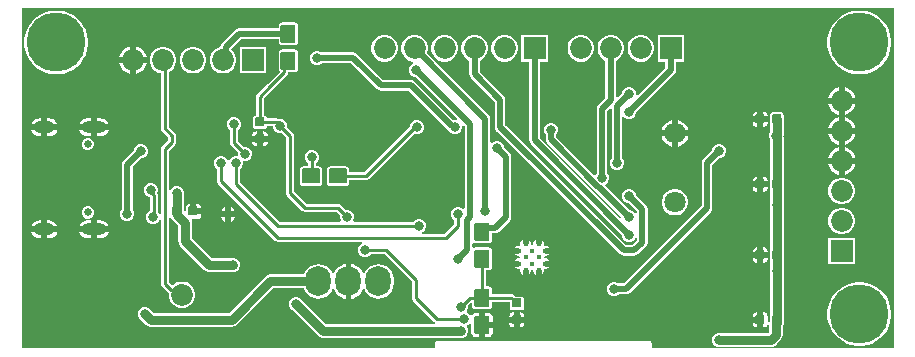
<source format=gbr>
%TF.GenerationSoftware,Altium Limited,Altium Designer,24.0.1 (36)*%
G04 Layer_Physical_Order=2*
G04 Layer_Color=16711680*
%FSLAX45Y45*%
%MOMM*%
%TF.SameCoordinates,65C793CC-7C80-44E8-9821-AA658A2EEAB5*%
%TF.FilePolarity,Positive*%
%TF.FileFunction,Copper,L2,Bot,Signal*%
%TF.Part,Single*%
G01*
G75*
%TA.AperFunction,Conductor*%
%ADD10C,0.25000*%
%TA.AperFunction,SMDPad,CuDef*%
G04:AMPARAMS|DCode=14|XSize=1.524mm|YSize=1.27mm|CornerRadius=0.09525mm|HoleSize=0mm|Usage=FLASHONLY|Rotation=0.000|XOffset=0mm|YOffset=0mm|HoleType=Round|Shape=RoundedRectangle|*
%AMROUNDEDRECTD14*
21,1,1.52400,1.07950,0,0,0.0*
21,1,1.33350,1.27000,0,0,0.0*
1,1,0.19050,0.66675,-0.53975*
1,1,0.19050,-0.66675,-0.53975*
1,1,0.19050,-0.66675,0.53975*
1,1,0.19050,0.66675,0.53975*
%
%ADD14ROUNDEDRECTD14*%
G04:AMPARAMS|DCode=21|XSize=1.524mm|YSize=1.27mm|CornerRadius=0.09525mm|HoleSize=0mm|Usage=FLASHONLY|Rotation=270.000|XOffset=0mm|YOffset=0mm|HoleType=Round|Shape=RoundedRectangle|*
%AMROUNDEDRECTD21*
21,1,1.52400,1.07950,0,0,270.0*
21,1,1.33350,1.27000,0,0,270.0*
1,1,0.19050,-0.53975,-0.66675*
1,1,0.19050,-0.53975,0.66675*
1,1,0.19050,0.53975,0.66675*
1,1,0.19050,0.53975,-0.66675*
%
%ADD21ROUNDEDRECTD21*%
%TA.AperFunction,Conductor*%
%ADD28C,0.50000*%
%ADD30C,0.75000*%
%TA.AperFunction,ComponentPad*%
%ADD32C,1.85000*%
%ADD33R,1.85000X1.85000*%
%ADD34R,1.85000X1.85000*%
%ADD35C,5.00000*%
%ADD36C,0.65000*%
%ADD37O,2.10000X1.00000*%
%ADD38O,1.80000X1.00000*%
%ADD39O,2.15000X2.50000*%
%ADD40C,0.40000*%
%TA.AperFunction,ViaPad*%
%ADD41C,1.80000*%
%ADD42C,0.80000*%
%ADD43C,1.85000*%
%TA.AperFunction,SMDPad,CuDef*%
G04:AMPARAMS|DCode=44|XSize=0.762mm|YSize=0.762mm|CornerRadius=0.0381mm|HoleSize=0mm|Usage=FLASHONLY|Rotation=0.000|XOffset=0mm|YOffset=0mm|HoleType=Round|Shape=RoundedRectangle|*
%AMROUNDEDRECTD44*
21,1,0.76200,0.68580,0,0,0.0*
21,1,0.68580,0.76200,0,0,0.0*
1,1,0.07620,0.34290,-0.34290*
1,1,0.07620,-0.34290,-0.34290*
1,1,0.07620,-0.34290,0.34290*
1,1,0.07620,0.34290,0.34290*
%
%ADD44ROUNDEDRECTD44*%
G04:AMPARAMS|DCode=45|XSize=0.762mm|YSize=0.762mm|CornerRadius=0.0381mm|HoleSize=0mm|Usage=FLASHONLY|Rotation=90.000|XOffset=0mm|YOffset=0mm|HoleType=Round|Shape=RoundedRectangle|*
%AMROUNDEDRECTD45*
21,1,0.76200,0.68580,0,0,90.0*
21,1,0.68580,0.76200,0,0,90.0*
1,1,0.07620,0.34290,0.34290*
1,1,0.07620,0.34290,-0.34290*
1,1,0.07620,-0.34290,-0.34290*
1,1,0.07620,-0.34290,0.34290*
%
%ADD45ROUNDEDRECTD45*%
G36*
X7441373Y58627D02*
X5395892D01*
Y100500D01*
X5394340Y108304D01*
X5389919Y114919D01*
X5383304Y119340D01*
X5375500Y120892D01*
X3575500D01*
X3567696Y119340D01*
X3561081Y114919D01*
X3556660Y108304D01*
X3555108Y100500D01*
Y58627D01*
X58626D01*
X58627Y2941373D01*
X1925000Y2941373D01*
X7441373D01*
X7441373Y58627D01*
D02*
G37*
%LPC*%
G36*
X2370475Y2819778D02*
X2262525D01*
X2251005Y2817487D01*
X2241239Y2810961D01*
X2234713Y2801195D01*
X2232422Y2789675D01*
Y2768881D01*
X1897400D01*
X1879842Y2765389D01*
X1864957Y2755443D01*
X1754197Y2644683D01*
X1744251Y2629798D01*
X1740759Y2612240D01*
Y2610777D01*
X1718577Y2604833D01*
X1692923Y2590022D01*
X1671978Y2569076D01*
X1657167Y2543423D01*
X1649500Y2514811D01*
Y2485189D01*
X1657167Y2456576D01*
X1671978Y2430923D01*
X1692923Y2409977D01*
X1718577Y2395167D01*
X1747189Y2387500D01*
X1776811D01*
X1805423Y2395167D01*
X1831077Y2409977D01*
X1852022Y2430923D01*
X1866833Y2456576D01*
X1874500Y2485189D01*
Y2514811D01*
X1866833Y2543423D01*
X1852022Y2569076D01*
X1832522Y2588577D01*
Y2593235D01*
X1916405Y2677118D01*
X2232422D01*
Y2656325D01*
X2234713Y2644805D01*
X2241239Y2635039D01*
X2251005Y2628513D01*
X2262525Y2626222D01*
X2370475D01*
X2381995Y2628513D01*
X2391761Y2635039D01*
X2398287Y2644805D01*
X2400578Y2656325D01*
Y2789675D01*
X2398287Y2801195D01*
X2391761Y2810961D01*
X2381995Y2817487D01*
X2370475Y2819778D01*
D02*
G37*
G36*
X1025000Y2614946D02*
Y2525000D01*
X1114946D01*
X1109493Y2545353D01*
X1094023Y2572146D01*
X1072147Y2594023D01*
X1045353Y2609492D01*
X1025000Y2614946D01*
D02*
G37*
G36*
X975000D02*
X954647Y2609492D01*
X927853Y2594023D01*
X905977Y2572146D01*
X890507Y2545353D01*
X885054Y2525000D01*
X975000D01*
Y2614946D01*
D02*
G37*
G36*
X5314811Y2712500D02*
X5285189D01*
X5256577Y2704833D01*
X5230923Y2690022D01*
X5209978Y2669076D01*
X5195167Y2643423D01*
X5187500Y2614811D01*
Y2585189D01*
X5195167Y2556577D01*
X5209978Y2530923D01*
X5230923Y2509977D01*
X5256577Y2495167D01*
X5285189Y2487500D01*
X5314811D01*
X5343423Y2495167D01*
X5369077Y2509977D01*
X5390022Y2530923D01*
X5404833Y2556577D01*
X5412500Y2585189D01*
Y2614811D01*
X5404833Y2643423D01*
X5390022Y2669076D01*
X5369077Y2690022D01*
X5343423Y2704833D01*
X5314811Y2712500D01*
D02*
G37*
G36*
X4806811D02*
X4777189D01*
X4748577Y2704833D01*
X4722923Y2690022D01*
X4701978Y2669076D01*
X4687167Y2643423D01*
X4679500Y2614811D01*
Y2585189D01*
X4687167Y2556577D01*
X4701978Y2530923D01*
X4722923Y2509977D01*
X4748577Y2495167D01*
X4777189Y2487500D01*
X4806811D01*
X4835423Y2495167D01*
X4861077Y2509977D01*
X4882022Y2530923D01*
X4896833Y2556577D01*
X4904500Y2585189D01*
Y2614811D01*
X4896833Y2643423D01*
X4882022Y2669076D01*
X4861077Y2690022D01*
X4835423Y2704833D01*
X4806811Y2712500D01*
D02*
G37*
G36*
X4160811D02*
X4131189D01*
X4102577Y2704833D01*
X4076924Y2690022D01*
X4055978Y2669076D01*
X4041167Y2643423D01*
X4033500Y2614811D01*
Y2585189D01*
X4041167Y2556577D01*
X4055978Y2530923D01*
X4076924Y2509977D01*
X4102577Y2495167D01*
X4131189Y2487500D01*
X4160811D01*
X4189423Y2495167D01*
X4215077Y2509977D01*
X4236023Y2530923D01*
X4250833Y2556577D01*
X4258500Y2585189D01*
Y2614811D01*
X4250833Y2643423D01*
X4236023Y2669076D01*
X4215077Y2690022D01*
X4189423Y2704833D01*
X4160811Y2712500D01*
D02*
G37*
G36*
X3652811D02*
X3623189D01*
X3594577Y2704833D01*
X3568924Y2690022D01*
X3547978Y2669076D01*
X3533167Y2643423D01*
X3525500Y2614811D01*
Y2585189D01*
X3533167Y2556577D01*
X3547978Y2530923D01*
X3568924Y2509977D01*
X3594577Y2495167D01*
X3623189Y2487500D01*
X3652811D01*
X3681423Y2495167D01*
X3707077Y2509977D01*
X3728023Y2530923D01*
X3742833Y2556577D01*
X3750500Y2585189D01*
Y2614811D01*
X3742833Y2643423D01*
X3728023Y2669076D01*
X3707077Y2690022D01*
X3681423Y2704833D01*
X3652811Y2712500D01*
D02*
G37*
G36*
X3144811D02*
X3115189D01*
X3086577Y2704833D01*
X3060924Y2690022D01*
X3039978Y2669076D01*
X3025167Y2643423D01*
X3017500Y2614811D01*
Y2585189D01*
X3025167Y2556577D01*
X3039978Y2530923D01*
X3060924Y2509977D01*
X3086577Y2495167D01*
X3115189Y2487500D01*
X3144811D01*
X3173423Y2495167D01*
X3199077Y2509977D01*
X3220023Y2530923D01*
X3234833Y2556577D01*
X3242500Y2585189D01*
Y2614811D01*
X3234833Y2643423D01*
X3220023Y2669076D01*
X3199077Y2690022D01*
X3173423Y2704833D01*
X3144811Y2712500D01*
D02*
G37*
G36*
X2128500Y2612500D02*
X1903500D01*
Y2387500D01*
X2128500D01*
Y2612500D01*
D02*
G37*
G36*
X1522811D02*
X1493189D01*
X1464577Y2604833D01*
X1438923Y2590022D01*
X1417978Y2569076D01*
X1403167Y2543423D01*
X1395500Y2514811D01*
Y2485189D01*
X1403167Y2456576D01*
X1417978Y2430923D01*
X1438923Y2409977D01*
X1464577Y2395167D01*
X1493189Y2387500D01*
X1522811D01*
X1551423Y2395167D01*
X1577077Y2409977D01*
X1598022Y2430923D01*
X1612833Y2456576D01*
X1620500Y2485189D01*
Y2514811D01*
X1612833Y2543423D01*
X1598022Y2569076D01*
X1577077Y2590022D01*
X1551423Y2604833D01*
X1522811Y2612500D01*
D02*
G37*
G36*
X1114946Y2475000D02*
X1025000D01*
Y2385054D01*
X1045353Y2390507D01*
X1072147Y2405976D01*
X1094023Y2427853D01*
X1109493Y2454647D01*
X1114946Y2475000D01*
D02*
G37*
G36*
X975000D02*
X885054D01*
X890507Y2454647D01*
X905977Y2427853D01*
X927853Y2405976D01*
X954647Y2390507D01*
X975000Y2385054D01*
Y2475000D01*
D02*
G37*
G36*
X7171250Y2920000D02*
X7128751D01*
X7086775Y2913352D01*
X7046356Y2900218D01*
X7008489Y2880924D01*
X6974107Y2855944D01*
X6944056Y2825893D01*
X6919076Y2791511D01*
X6899781Y2753644D01*
X6886648Y2713225D01*
X6880000Y2671249D01*
Y2628750D01*
X6886648Y2586775D01*
X6899781Y2546356D01*
X6919076Y2508489D01*
X6944056Y2474107D01*
X6974107Y2444055D01*
X7008489Y2419075D01*
X7046356Y2399781D01*
X7086775Y2386648D01*
X7128751Y2380000D01*
X7171250D01*
X7213225Y2386648D01*
X7253644Y2399781D01*
X7291511Y2419075D01*
X7325893Y2444055D01*
X7355945Y2474107D01*
X7380925Y2508489D01*
X7400219Y2546356D01*
X7413352Y2586775D01*
X7420000Y2628750D01*
Y2671249D01*
X7413352Y2713225D01*
X7400219Y2753644D01*
X7380925Y2791511D01*
X7355945Y2825893D01*
X7325893Y2855944D01*
X7291511Y2880924D01*
X7253644Y2900218D01*
X7213225Y2913352D01*
X7171250Y2920000D01*
D02*
G37*
G36*
X371249D02*
X328751D01*
X286775Y2913352D01*
X246356Y2900218D01*
X208489Y2880924D01*
X174107Y2855944D01*
X144056Y2825893D01*
X119075Y2791511D01*
X99781Y2753644D01*
X86648Y2713225D01*
X80000Y2671249D01*
Y2628750D01*
X86648Y2586775D01*
X99781Y2546356D01*
X119075Y2508489D01*
X144056Y2474107D01*
X174107Y2444055D01*
X208489Y2419075D01*
X246356Y2399781D01*
X286775Y2386648D01*
X328751Y2380000D01*
X371249D01*
X413225Y2386648D01*
X453644Y2399781D01*
X491511Y2419075D01*
X525893Y2444055D01*
X555945Y2474107D01*
X580925Y2508489D01*
X600219Y2546356D01*
X613352Y2586775D01*
X620000Y2628750D01*
Y2671249D01*
X613352Y2713225D01*
X600219Y2753644D01*
X580925Y2791511D01*
X555945Y2825893D01*
X525893Y2855944D01*
X491511Y2880924D01*
X453644Y2900218D01*
X413225Y2913352D01*
X371249Y2920000D01*
D02*
G37*
G36*
X5666500Y2712500D02*
X5441500D01*
Y2487500D01*
X5508119D01*
Y2436205D01*
X5271133Y2199219D01*
X5266081Y2200875D01*
X5259400Y2205447D01*
Y2226935D01*
X5250266Y2248987D01*
X5233387Y2265865D01*
X5211335Y2275000D01*
X5187465D01*
X5165413Y2265865D01*
X5148535Y2248987D01*
X5139400Y2226935D01*
Y2219886D01*
X5103615Y2184101D01*
X5091882Y2188961D01*
Y2496586D01*
X5115077Y2509977D01*
X5136022Y2530923D01*
X5150833Y2556577D01*
X5158500Y2585189D01*
Y2614811D01*
X5150833Y2643423D01*
X5136022Y2669076D01*
X5115077Y2690022D01*
X5089423Y2704833D01*
X5060811Y2712500D01*
X5031189D01*
X5002577Y2704833D01*
X4976923Y2690022D01*
X4955978Y2669076D01*
X4941167Y2643423D01*
X4933500Y2614811D01*
Y2585189D01*
X4941167Y2556577D01*
X4955978Y2530923D01*
X4976923Y2509977D01*
X5000119Y2496586D01*
Y2182205D01*
X4938357Y2120443D01*
X4928411Y2105558D01*
X4924919Y2088000D01*
Y1542771D01*
X4919935Y1537787D01*
X4917191Y1531163D01*
X4904735Y1528686D01*
X4584882Y1848539D01*
Y1871229D01*
X4589866Y1876213D01*
X4599000Y1898265D01*
Y1922135D01*
X4589866Y1944187D01*
X4572987Y1961065D01*
X4550935Y1970200D01*
X4527065D01*
X4505013Y1961065D01*
X4488135Y1944187D01*
X4479000Y1922135D01*
Y1898265D01*
X4488135Y1876213D01*
X4493119Y1871229D01*
Y1829534D01*
X4496611Y1811976D01*
X4506557Y1797091D01*
X4907291Y1396357D01*
X4920750Y1387363D01*
X5133349Y1174764D01*
X5133164Y1170282D01*
X5120246Y1165241D01*
X4445882Y1839605D01*
Y2487500D01*
X4512500D01*
Y2712500D01*
X4287500D01*
Y2487500D01*
X4354119D01*
Y1820600D01*
X4357611Y1803042D01*
X4367557Y1788157D01*
X5139400Y1016313D01*
Y1009265D01*
X5148535Y987213D01*
X5165413Y970334D01*
X5187465Y961200D01*
X5211335D01*
X5233387Y970334D01*
X5250266Y987213D01*
X5253174Y994234D01*
X5265874Y991708D01*
Y974760D01*
X5225706Y934592D01*
X5173095D01*
X4153082Y1954605D01*
Y2164200D01*
X4149589Y2181758D01*
X4139643Y2196643D01*
X3937882Y2398405D01*
Y2496586D01*
X3961077Y2509977D01*
X3982023Y2530923D01*
X3996833Y2556577D01*
X4004500Y2585189D01*
Y2614811D01*
X3996833Y2643423D01*
X3982023Y2669076D01*
X3961077Y2690022D01*
X3935423Y2704833D01*
X3906811Y2712500D01*
X3877189D01*
X3848577Y2704833D01*
X3822924Y2690022D01*
X3801978Y2669076D01*
X3787167Y2643423D01*
X3779500Y2614811D01*
Y2585189D01*
X3787167Y2556577D01*
X3801978Y2530923D01*
X3822924Y2509977D01*
X3846119Y2496586D01*
Y2379400D01*
X3849611Y2361842D01*
X3859557Y2346957D01*
X4061319Y2145195D01*
Y1935600D01*
X4064811Y1918042D01*
X4074757Y1903157D01*
X5121647Y856267D01*
X5136532Y846321D01*
X5154090Y842829D01*
X5244710D01*
X5262269Y846321D01*
X5277154Y856267D01*
X5344199Y923312D01*
X5354144Y938197D01*
X5357637Y955755D01*
Y1239045D01*
X5354144Y1256603D01*
X5344199Y1271488D01*
X5259400Y1356286D01*
Y1363335D01*
X5250266Y1385387D01*
X5233387Y1402265D01*
X5211335Y1411400D01*
X5187465D01*
X5165413Y1402265D01*
X5148535Y1385387D01*
X5139400Y1363335D01*
Y1339465D01*
X5148535Y1317413D01*
X5165413Y1300534D01*
X5187465Y1291400D01*
X5194514D01*
X5265874Y1220040D01*
Y1203092D01*
X5253174Y1200566D01*
X5250266Y1207587D01*
X5233387Y1224465D01*
X5211335Y1233600D01*
X5204287D01*
X4998844Y1439043D01*
X5001321Y1451499D01*
X5004787Y1452934D01*
X5021666Y1469813D01*
X5030800Y1491865D01*
Y1515735D01*
X5021666Y1537787D01*
X5016682Y1542771D01*
Y2068995D01*
X5040185Y2092499D01*
X5051919Y2087638D01*
Y1669771D01*
X5046935Y1664787D01*
X5037800Y1642735D01*
Y1618865D01*
X5046935Y1596813D01*
X5063813Y1579934D01*
X5085865Y1570800D01*
X5109735D01*
X5131787Y1579934D01*
X5148666Y1596813D01*
X5157800Y1618865D01*
Y1642735D01*
X5148666Y1664787D01*
X5143682Y1669771D01*
Y2015505D01*
X5156382Y2020766D01*
X5165413Y2011734D01*
X5187465Y2002600D01*
X5211335D01*
X5233387Y2011734D01*
X5250266Y2028613D01*
X5259400Y2050665D01*
Y2057713D01*
X5586443Y2384757D01*
X5596389Y2399642D01*
X5599882Y2417200D01*
Y2487500D01*
X5666500D01*
Y2712500D01*
D02*
G37*
G36*
X7025000Y2268946D02*
Y2179000D01*
X7114946D01*
X7109493Y2199353D01*
X7094023Y2226147D01*
X7072147Y2248023D01*
X7045353Y2263493D01*
X7025000Y2268946D01*
D02*
G37*
G36*
X6975000D02*
X6954647Y2263493D01*
X6927853Y2248023D01*
X6905977Y2226147D01*
X6890507Y2199353D01*
X6885054Y2179000D01*
X6975000D01*
Y2268946D01*
D02*
G37*
G36*
X7114946Y2129000D02*
X7025000D01*
Y2039054D01*
X7045353Y2044507D01*
X7072147Y2059977D01*
X7094023Y2081853D01*
X7109493Y2108647D01*
X7114946Y2129000D01*
D02*
G37*
G36*
X6975000D02*
X6885054D01*
X6890507Y2108647D01*
X6905977Y2081853D01*
X6927853Y2059977D01*
X6954647Y2044507D01*
X6975000Y2039054D01*
Y2129000D01*
D02*
G37*
G36*
X6344590Y2063664D02*
X6335300D01*
Y2025000D01*
X6373964D01*
Y2034290D01*
X6371728Y2045531D01*
X6365361Y2055061D01*
X6355831Y2061428D01*
X6344590Y2063664D01*
D02*
G37*
G36*
X6285300D02*
X6276010D01*
X6264769Y2061428D01*
X6255239Y2055061D01*
X6248872Y2045531D01*
X6246636Y2034290D01*
Y2025000D01*
X6285300D01*
Y2063664D01*
D02*
G37*
G36*
X3398811Y2712500D02*
X3369189D01*
X3340577Y2704833D01*
X3314924Y2690022D01*
X3293978Y2669076D01*
X3279167Y2643423D01*
X3271500Y2614811D01*
Y2585189D01*
X3279167Y2556577D01*
X3293978Y2530923D01*
X3314924Y2509977D01*
X3340577Y2495167D01*
X3369189Y2487500D01*
X3373331D01*
X3375857Y2474800D01*
X3362013Y2469065D01*
X3345135Y2452187D01*
X3336000Y2430135D01*
Y2406265D01*
X3345135Y2384213D01*
X3362013Y2367334D01*
X3384065Y2358200D01*
X3391114D01*
X3741981Y2007333D01*
X3740324Y2002281D01*
X3735753Y1995600D01*
X3714265D01*
X3709896Y1993790D01*
X3385243Y2318443D01*
X3370358Y2328389D01*
X3352800Y2331882D01*
X3117805D01*
X2897443Y2552243D01*
X2882558Y2562189D01*
X2865000Y2565681D01*
X2596771D01*
X2591787Y2570665D01*
X2569735Y2579800D01*
X2545865D01*
X2523813Y2570665D01*
X2506935Y2553787D01*
X2497800Y2531735D01*
Y2507865D01*
X2506935Y2485813D01*
X2523813Y2468934D01*
X2545865Y2459800D01*
X2569735D01*
X2591787Y2468934D01*
X2596771Y2473918D01*
X2845995D01*
X3066357Y2253557D01*
X3081242Y2243611D01*
X3098800Y2240118D01*
X3333795D01*
X3665017Y1908897D01*
X3675111Y1902152D01*
X3675335Y1901613D01*
X3692213Y1884734D01*
X3714265Y1875600D01*
X3738135D01*
X3760187Y1884734D01*
X3777066Y1901613D01*
X3786200Y1923665D01*
Y1945153D01*
X3792881Y1949724D01*
X3797933Y1951380D01*
X3807319Y1941995D01*
Y1246095D01*
X3794619Y1240834D01*
X3785587Y1249865D01*
X3763535Y1259000D01*
X3739665D01*
X3717613Y1249865D01*
X3700735Y1232987D01*
X3691600Y1210935D01*
Y1187065D01*
X3700735Y1165013D01*
X3717613Y1148134D01*
X3718463Y1147782D01*
Y1111126D01*
X3636275Y1028936D01*
X3446089D01*
X3443563Y1041636D01*
X3455387Y1046534D01*
X3472266Y1063413D01*
X3481400Y1085465D01*
Y1109335D01*
X3472266Y1131387D01*
X3455387Y1148265D01*
X3433335Y1157400D01*
X3409465D01*
X3387413Y1148265D01*
X3370535Y1131387D01*
X3370182Y1130536D01*
X2870183D01*
X2864167Y1143237D01*
X2871800Y1161665D01*
Y1185535D01*
X2862666Y1207587D01*
X2845787Y1224465D01*
X2823735Y1233600D01*
X2799865D01*
X2799014Y1233247D01*
X2759031Y1273231D01*
X2748281Y1280414D01*
X2735600Y1282936D01*
X2469926D01*
X2362337Y1390525D01*
Y1861800D01*
X2359814Y1874481D01*
X2352631Y1885231D01*
X2307548Y1930314D01*
X2307900Y1931165D01*
Y1955035D01*
X2298766Y1977087D01*
X2281887Y1993966D01*
X2259835Y2003100D01*
X2235965D01*
X2233393Y2002034D01*
X2229981Y2004314D01*
X2217300Y2006836D01*
X2133766D01*
Y2007990D01*
X2131919Y2017280D01*
X2126656Y2025156D01*
X2118780Y2030418D01*
X2109490Y2032266D01*
X2108337D01*
Y2175874D01*
X2187531Y2255069D01*
X2187532Y2255070D01*
X2304376Y2371914D01*
X2311559Y2382664D01*
X2314082Y2395345D01*
Y2397622D01*
X2370475D01*
X2381995Y2399913D01*
X2391761Y2406439D01*
X2398287Y2416205D01*
X2400578Y2427725D01*
Y2561075D01*
X2398287Y2572595D01*
X2391761Y2582361D01*
X2381995Y2588887D01*
X2370475Y2591178D01*
X2262525D01*
X2251005Y2588887D01*
X2241239Y2582361D01*
X2234713Y2572595D01*
X2232422Y2561075D01*
Y2427725D01*
X2234713Y2416205D01*
X2241239Y2406439D01*
X2241592Y2402854D01*
X2140670Y2301932D01*
X2140669Y2301931D01*
X2051769Y2213031D01*
X2044586Y2202281D01*
X2042063Y2189600D01*
Y2032266D01*
X2040910D01*
X2031620Y2030418D01*
X2023744Y2025156D01*
X2018482Y2017280D01*
X2016634Y2007990D01*
Y1939410D01*
X2018482Y1930120D01*
X2023744Y1922244D01*
X2031620Y1916981D01*
X2040910Y1915134D01*
X2109490D01*
X2118780Y1916981D01*
X2126656Y1922244D01*
X2131919Y1930120D01*
X2133766Y1939410D01*
Y1940563D01*
X2187900D01*
Y1931165D01*
X2197034Y1909113D01*
X2213913Y1892234D01*
X2235965Y1883100D01*
X2259835D01*
X2260686Y1883452D01*
X2296063Y1848075D01*
Y1376800D01*
X2298586Y1364119D01*
X2305769Y1353369D01*
X2432769Y1226369D01*
X2443519Y1219186D01*
X2456200Y1216663D01*
X2721875D01*
X2752152Y1186385D01*
X2751800Y1185535D01*
Y1161665D01*
X2759433Y1143237D01*
X2753417Y1130536D01*
X2241325D01*
X1905137Y1466725D01*
Y1579582D01*
X1905987Y1579934D01*
X1922866Y1596813D01*
X1932000Y1618865D01*
Y1635266D01*
X1935128Y1643872D01*
X1943733Y1647000D01*
X1960135D01*
X1982187Y1656134D01*
X1999066Y1673013D01*
X2008200Y1695065D01*
Y1718935D01*
X1999066Y1740987D01*
X1982187Y1757865D01*
X1960135Y1767000D01*
X1936265D01*
X1935415Y1766647D01*
X1887337Y1814725D01*
Y1904582D01*
X1888187Y1904934D01*
X1905066Y1921813D01*
X1914200Y1943865D01*
Y1967735D01*
X1905066Y1989787D01*
X1888187Y2006666D01*
X1866135Y2015800D01*
X1842265D01*
X1820213Y2006666D01*
X1803334Y1989787D01*
X1794200Y1967735D01*
Y1943865D01*
X1803334Y1921813D01*
X1820213Y1904934D01*
X1821063Y1904582D01*
Y1801000D01*
X1823586Y1788319D01*
X1830769Y1777569D01*
X1888552Y1719785D01*
X1888200Y1718935D01*
Y1702533D01*
X1885072Y1693928D01*
X1876467Y1690800D01*
X1860065D01*
X1838013Y1681665D01*
X1821135Y1664787D01*
X1815373Y1650878D01*
X1801627D01*
X1795866Y1664787D01*
X1778987Y1681665D01*
X1756935Y1690800D01*
X1733065D01*
X1711013Y1681665D01*
X1694135Y1664787D01*
X1685000Y1642735D01*
Y1618865D01*
X1694135Y1596813D01*
X1711013Y1579934D01*
X1711863Y1579582D01*
Y1478400D01*
X1714386Y1465719D01*
X1721569Y1454969D01*
X2204169Y972369D01*
X2214919Y965186D01*
X2227600Y962663D01*
X2939511D01*
X2942037Y949963D01*
X2930213Y945065D01*
X2913335Y928187D01*
X2904200Y906135D01*
Y882265D01*
X2913335Y860213D01*
X2930213Y843334D01*
X2952265Y834200D01*
X2976135D01*
X2998187Y843334D01*
X3015066Y860213D01*
X3015418Y861063D01*
X3128275D01*
X3362863Y626474D01*
Y487800D01*
X3365386Y475119D01*
X3372569Y464369D01*
X3550369Y286569D01*
X3557974Y281488D01*
X3554257Y268788D01*
X2631123D01*
X2432239Y467671D01*
X2430866Y470987D01*
X2413987Y487865D01*
X2391935Y497000D01*
X2368065D01*
X2346013Y487865D01*
X2329135Y470987D01*
X2320000Y448935D01*
Y425065D01*
X2329135Y403013D01*
X2346013Y386134D01*
X2349329Y384761D01*
X2565384Y168706D01*
X2584404Y155997D01*
X2606839Y151535D01*
X3759037D01*
X3762353Y150161D01*
X3786223D01*
X3808275Y159296D01*
X3825153Y176174D01*
X3834288Y198226D01*
Y222096D01*
X3825349Y243676D01*
X3828534Y255881D01*
X3836387Y259134D01*
X3852924Y275671D01*
X3854788Y275600D01*
X3865624Y272661D01*
Y192525D01*
X3868303Y179054D01*
X3875934Y167634D01*
X3887354Y160003D01*
X3900825Y157324D01*
X3929800D01*
Y259200D01*
Y361076D01*
X3900825D01*
X3887354Y358397D01*
X3875934Y350766D01*
X3868693Y339929D01*
X3865361Y339285D01*
X3855300Y339075D01*
X3853266Y343987D01*
X3836387Y360865D01*
X3829079Y363893D01*
X3826962Y374538D01*
X3828053Y378064D01*
X3837000Y399665D01*
Y423535D01*
X3836648Y424385D01*
X3858022Y445760D01*
X3870722Y440499D01*
Y421125D01*
X3873013Y409605D01*
X3879539Y399839D01*
X3889305Y393313D01*
X3900825Y391022D01*
X4008775D01*
X4020295Y393313D01*
X4030061Y399839D01*
X4036587Y409605D01*
X4038878Y421125D01*
Y454663D01*
X4188175D01*
X4191434Y451404D01*
Y405410D01*
X4193281Y396120D01*
X4198544Y388244D01*
X4206420Y382981D01*
X4215710Y381134D01*
X4284290D01*
X4293580Y382981D01*
X4301456Y388244D01*
X4306718Y396120D01*
X4308566Y405410D01*
Y473990D01*
X4306718Y483280D01*
X4301456Y491156D01*
X4293580Y496418D01*
X4284290Y498266D01*
X4238296D01*
X4225331Y511231D01*
X4214581Y518414D01*
X4201900Y520936D01*
X4038878D01*
Y554475D01*
X4036587Y565995D01*
X4030061Y575761D01*
X4020295Y582287D01*
X4008775Y584578D01*
X3987937D01*
Y721222D01*
X4008775D01*
X4020295Y723513D01*
X4030061Y730039D01*
X4036587Y739805D01*
X4038878Y751325D01*
Y884675D01*
X4036587Y896195D01*
X4030061Y905961D01*
X4020295Y912487D01*
X4008775Y914778D01*
X3900825D01*
X3889305Y912487D01*
X3886382Y910533D01*
X3873682Y917322D01*
Y947278D01*
X3886382Y954066D01*
X3889305Y952113D01*
X3900825Y949822D01*
X4008775D01*
X4020295Y952113D01*
X4030061Y958639D01*
X4036587Y968405D01*
X4038878Y979925D01*
Y1032711D01*
X4062993D01*
X4080551Y1036204D01*
X4095436Y1046150D01*
X4190443Y1141157D01*
X4200389Y1156042D01*
X4203882Y1173600D01*
Y1681600D01*
X4200389Y1699158D01*
X4190443Y1714043D01*
X4141800Y1762686D01*
Y1769735D01*
X4132666Y1791787D01*
X4115787Y1808665D01*
X4093735Y1817800D01*
X4069865D01*
X4047813Y1808665D01*
X4038782Y1799634D01*
X4026082Y1804895D01*
Y2003800D01*
X4022589Y2021358D01*
X4012643Y2036243D01*
X3489568Y2559318D01*
X3496500Y2585189D01*
Y2614811D01*
X3488833Y2643423D01*
X3474023Y2669076D01*
X3453077Y2690022D01*
X3427423Y2704833D01*
X3398811Y2712500D01*
D02*
G37*
G36*
X723000Y2007647D02*
X693000D01*
Y1957000D01*
X793824D01*
X788512Y1969823D01*
X776491Y1985491D01*
X760824Y1997512D01*
X742579Y2005069D01*
X723000Y2007647D01*
D02*
G37*
G36*
X643000D02*
X613000D01*
X593421Y2005069D01*
X575176Y1997512D01*
X559509Y1985491D01*
X547488Y1969823D01*
X542176Y1957000D01*
X643000D01*
Y2007647D01*
D02*
G37*
G36*
X290000D02*
X275000D01*
Y1957000D01*
X360824D01*
X355512Y1969823D01*
X343491Y1985491D01*
X327823Y1997512D01*
X309579Y2005069D01*
X290000Y2007647D01*
D02*
G37*
G36*
X225000D02*
X210000D01*
X190421Y2005069D01*
X172177Y1997512D01*
X156509Y1985491D01*
X144488Y1969823D01*
X139176Y1957000D01*
X225000D01*
Y2007647D01*
D02*
G37*
G36*
X6373964Y1975000D02*
X6335300D01*
Y1936335D01*
X6344590D01*
X6355831Y1938571D01*
X6365361Y1944939D01*
X6371728Y1954469D01*
X6373964Y1965710D01*
Y1975000D01*
D02*
G37*
G36*
X6285300D02*
X6246636D01*
Y1965710D01*
X6248872Y1954469D01*
X6255239Y1944939D01*
X6264769Y1938571D01*
X6276010Y1936335D01*
X6285300D01*
Y1975000D01*
D02*
G37*
G36*
X7025000Y2014946D02*
Y1925000D01*
X7114946D01*
X7109493Y1945353D01*
X7094023Y1972147D01*
X7072147Y1994023D01*
X7045353Y2009493D01*
X7025000Y2014946D01*
D02*
G37*
G36*
X6975000D02*
X6954647Y2009493D01*
X6927853Y1994023D01*
X6905977Y1972147D01*
X6890507Y1945353D01*
X6885054Y1925000D01*
X6975000D01*
Y2014946D01*
D02*
G37*
G36*
X5613000Y1991958D02*
Y1904600D01*
X5700358D01*
X5695163Y1923988D01*
X5680023Y1950211D01*
X5658611Y1971623D01*
X5632388Y1986763D01*
X5613000Y1991958D01*
D02*
G37*
G36*
X5563000D02*
X5543612Y1986763D01*
X5517389Y1971623D01*
X5495977Y1950211D01*
X5480837Y1923988D01*
X5475642Y1904600D01*
X5563000D01*
Y1991958D01*
D02*
G37*
G36*
X3415535Y1990400D02*
X3391665D01*
X3369613Y1981266D01*
X3352734Y1964387D01*
X3343600Y1942335D01*
Y1935292D01*
X2957945Y1549636D01*
X2832378D01*
Y1570475D01*
X2830087Y1581995D01*
X2823561Y1591761D01*
X2813795Y1598287D01*
X2802275Y1600578D01*
X2668925D01*
X2657405Y1598287D01*
X2647639Y1591761D01*
X2641113Y1581995D01*
X2638822Y1570475D01*
Y1462525D01*
X2641113Y1451005D01*
X2647639Y1441239D01*
X2657405Y1434713D01*
X2668925Y1432422D01*
X2802275D01*
X2813795Y1434713D01*
X2823561Y1441239D01*
X2830087Y1451005D01*
X2832378Y1462525D01*
Y1483363D01*
X2971671D01*
X2984352Y1485886D01*
X2995102Y1493069D01*
X3378066Y1876033D01*
X3391665Y1870400D01*
X3415535D01*
X3437587Y1879534D01*
X3454466Y1896413D01*
X3463600Y1918465D01*
Y1942335D01*
X3454466Y1964387D01*
X3437587Y1981266D01*
X3415535Y1990400D01*
D02*
G37*
G36*
X2109490Y1897664D02*
X2100200D01*
Y1859000D01*
X2138864D01*
Y1868290D01*
X2136628Y1879531D01*
X2130261Y1889061D01*
X2120731Y1895428D01*
X2109490Y1897664D01*
D02*
G37*
G36*
X2050200D02*
X2040910D01*
X2029669Y1895428D01*
X2020139Y1889061D01*
X2013772Y1879531D01*
X2011536Y1868290D01*
Y1859000D01*
X2050200D01*
Y1897664D01*
D02*
G37*
G36*
X793824Y1907000D02*
X693000D01*
Y1856353D01*
X723000D01*
X742579Y1858930D01*
X760824Y1866488D01*
X776491Y1878509D01*
X788512Y1894177D01*
X793824Y1907000D01*
D02*
G37*
G36*
X643000D02*
X542176D01*
X547488Y1894177D01*
X559509Y1878509D01*
X575176Y1866488D01*
X593421Y1858930D01*
X613000Y1856353D01*
X643000D01*
Y1907000D01*
D02*
G37*
G36*
X360824D02*
X275000D01*
Y1856353D01*
X290000D01*
X309579Y1858930D01*
X327823Y1866488D01*
X343491Y1878509D01*
X355512Y1894177D01*
X360824Y1907000D01*
D02*
G37*
G36*
X225000D02*
X139176D01*
X144488Y1894177D01*
X156509Y1878509D01*
X172177Y1866488D01*
X190421Y1858930D01*
X210000Y1856353D01*
X225000D01*
Y1907000D01*
D02*
G37*
G36*
X7114946Y1875000D02*
X7025000D01*
Y1785054D01*
X7045353Y1790507D01*
X7072147Y1805977D01*
X7094023Y1827853D01*
X7109493Y1854647D01*
X7114946Y1875000D01*
D02*
G37*
G36*
X6975000D02*
X6885054D01*
X6890507Y1854647D01*
X6905977Y1827853D01*
X6927853Y1805977D01*
X6954647Y1790507D01*
X6975000Y1785054D01*
Y1875000D01*
D02*
G37*
G36*
X2138864Y1809000D02*
X2100200D01*
Y1770336D01*
X2109490D01*
X2120731Y1772572D01*
X2130261Y1778939D01*
X2136628Y1788469D01*
X2138864Y1799710D01*
Y1809000D01*
D02*
G37*
G36*
X2050200D02*
X2011536D01*
Y1799710D01*
X2013772Y1788469D01*
X2020139Y1778939D01*
X2029669Y1772572D01*
X2040910Y1770336D01*
X2050200D01*
Y1809000D01*
D02*
G37*
G36*
X5700358Y1854600D02*
X5613000D01*
Y1767242D01*
X5632388Y1772437D01*
X5658611Y1787577D01*
X5680023Y1808989D01*
X5695163Y1835212D01*
X5700358Y1854600D01*
D02*
G37*
G36*
X5563000D02*
X5475642D01*
X5480837Y1835212D01*
X5495977Y1808989D01*
X5517389Y1787577D01*
X5543612Y1772437D01*
X5563000Y1767242D01*
Y1854600D01*
D02*
G37*
G36*
X628443Y1841500D02*
X607557D01*
X588261Y1833507D01*
X573493Y1818739D01*
X565500Y1799443D01*
Y1778557D01*
X573493Y1759261D01*
X588261Y1744493D01*
X607557Y1736500D01*
X628443D01*
X647739Y1744493D01*
X662507Y1759261D01*
X670500Y1778557D01*
Y1799443D01*
X662507Y1818739D01*
X647739Y1833507D01*
X628443Y1841500D01*
D02*
G37*
G36*
X7025000Y1760946D02*
Y1671000D01*
X7114946D01*
X7109493Y1691353D01*
X7094023Y1718147D01*
X7072147Y1740023D01*
X7045353Y1755493D01*
X7025000Y1760946D01*
D02*
G37*
G36*
X6975000D02*
X6954647Y1755493D01*
X6927853Y1740023D01*
X6905977Y1718147D01*
X6890507Y1691353D01*
X6885054Y1671000D01*
X6975000D01*
Y1760946D01*
D02*
G37*
G36*
X7114946Y1621000D02*
X7025000D01*
Y1531054D01*
X7045353Y1536507D01*
X7072147Y1551977D01*
X7094023Y1573853D01*
X7109493Y1600647D01*
X7114946Y1621000D01*
D02*
G37*
G36*
X6975000D02*
X6885054D01*
X6890507Y1600647D01*
X6905977Y1573853D01*
X6927853Y1551977D01*
X6954647Y1536507D01*
X6975000Y1531054D01*
Y1621000D01*
D02*
G37*
G36*
X6344590Y1513664D02*
X6335300D01*
Y1475000D01*
X6373964D01*
Y1484290D01*
X6371728Y1495531D01*
X6365361Y1505061D01*
X6355831Y1511428D01*
X6344590Y1513664D01*
D02*
G37*
G36*
X6285300D02*
X6276010D01*
X6264769Y1511428D01*
X6255239Y1505061D01*
X6248872Y1495531D01*
X6246636Y1484290D01*
Y1475000D01*
X6285300D01*
Y1513664D01*
D02*
G37*
G36*
X2526535Y1736400D02*
X2502665D01*
X2480613Y1727266D01*
X2463734Y1710387D01*
X2454600Y1688335D01*
Y1664465D01*
X2463734Y1642413D01*
X2480613Y1625534D01*
X2481463Y1625182D01*
Y1600578D01*
X2440325D01*
X2428805Y1598287D01*
X2419039Y1591761D01*
X2412513Y1581995D01*
X2410222Y1570475D01*
Y1462525D01*
X2412513Y1451005D01*
X2419039Y1441239D01*
X2428805Y1434713D01*
X2440325Y1432422D01*
X2573675D01*
X2585195Y1434713D01*
X2594961Y1441239D01*
X2601487Y1451005D01*
X2603778Y1462525D01*
Y1570475D01*
X2601487Y1581995D01*
X2594961Y1591761D01*
X2585195Y1598287D01*
X2573675Y1600578D01*
X2547737D01*
Y1625182D01*
X2548587Y1625534D01*
X2565466Y1642413D01*
X2574600Y1664465D01*
Y1688335D01*
X2565466Y1710387D01*
X2548587Y1727266D01*
X2526535Y1736400D01*
D02*
G37*
G36*
X6373964Y1425000D02*
X6335300D01*
Y1386336D01*
X6344590D01*
X6355831Y1388572D01*
X6365361Y1394939D01*
X6371728Y1404469D01*
X6373964Y1415710D01*
Y1425000D01*
D02*
G37*
G36*
X6285300D02*
X6246636D01*
Y1415710D01*
X6248872Y1404469D01*
X6255239Y1394939D01*
X6264769Y1388572D01*
X6276010Y1386336D01*
X6285300D01*
Y1425000D01*
D02*
G37*
G36*
X7014811Y1504500D02*
X6985189D01*
X6956577Y1496833D01*
X6930923Y1482022D01*
X6909978Y1461077D01*
X6895167Y1435423D01*
X6887500Y1406811D01*
Y1377189D01*
X6895167Y1348577D01*
X6909978Y1322923D01*
X6930923Y1301978D01*
X6956577Y1287167D01*
X6985189Y1279500D01*
X7014811D01*
X7043423Y1287167D01*
X7069077Y1301978D01*
X7090022Y1322923D01*
X7104833Y1348577D01*
X7112500Y1377189D01*
Y1406811D01*
X7104833Y1435423D01*
X7090022Y1461077D01*
X7069077Y1482022D01*
X7043423Y1496833D01*
X7014811Y1504500D01*
D02*
G37*
G36*
X1545590Y1282864D02*
X1536300D01*
Y1244200D01*
X1574964D01*
Y1253490D01*
X1572728Y1264731D01*
X1566361Y1274261D01*
X1556831Y1280628D01*
X1545590Y1282864D01*
D02*
G37*
G36*
X1828400Y1254394D02*
Y1218800D01*
X1863994D01*
X1863970Y1218889D01*
X1855413Y1233711D01*
X1843311Y1245813D01*
X1828489Y1254370D01*
X1828400Y1254394D01*
D02*
G37*
G36*
X1778400D02*
X1778311Y1254370D01*
X1763489Y1245813D01*
X1751387Y1233711D01*
X1742830Y1218889D01*
X1742806Y1218800D01*
X1778400D01*
Y1254394D01*
D02*
G37*
G36*
X1268811Y2612500D02*
X1239189D01*
X1210577Y2604833D01*
X1184923Y2590022D01*
X1163978Y2569076D01*
X1149167Y2543423D01*
X1141500Y2514811D01*
Y2485189D01*
X1149167Y2456576D01*
X1163978Y2430923D01*
X1184923Y2409977D01*
X1210577Y2395167D01*
X1236863Y2388123D01*
Y1922788D01*
X1239386Y1910107D01*
X1246569Y1899357D01*
X1299363Y1846563D01*
Y1822238D01*
X1246569Y1769443D01*
X1239386Y1758693D01*
X1236863Y1746012D01*
Y1193089D01*
X1224163Y1190563D01*
X1219266Y1202387D01*
X1212208Y1209445D01*
X1212427Y1210545D01*
Y1357855D01*
X1209904Y1370536D01*
X1205481Y1377155D01*
X1210000Y1388065D01*
Y1411935D01*
X1200866Y1433987D01*
X1183987Y1450866D01*
X1161935Y1460000D01*
X1138065D01*
X1116013Y1450866D01*
X1099134Y1433987D01*
X1090000Y1411935D01*
Y1388065D01*
X1099134Y1366013D01*
X1116013Y1349134D01*
X1138065Y1340000D01*
X1146153D01*
Y1224129D01*
X1134413Y1219266D01*
X1117534Y1202387D01*
X1108400Y1180335D01*
Y1156465D01*
X1117534Y1134413D01*
X1134413Y1117534D01*
X1156465Y1108400D01*
X1180335D01*
X1202387Y1117534D01*
X1219266Y1134413D01*
X1224163Y1146237D01*
X1236863Y1143711D01*
Y607200D01*
X1239386Y594519D01*
X1246569Y583769D01*
X1299045Y531292D01*
X1302552Y528950D01*
X1302300Y528011D01*
Y498389D01*
X1309967Y469777D01*
X1324778Y444123D01*
X1345723Y423177D01*
X1371377Y408367D01*
X1399989Y400700D01*
X1429611D01*
X1458223Y408367D01*
X1483877Y423177D01*
X1504822Y444123D01*
X1519633Y469777D01*
X1527300Y498389D01*
Y528011D01*
X1519633Y556623D01*
X1504822Y582276D01*
X1483877Y603222D01*
X1458223Y618033D01*
X1429611Y625700D01*
X1399989D01*
X1371377Y618033D01*
X1345723Y603222D01*
X1333282Y590780D01*
X1303137Y620925D01*
Y1163124D01*
X1308340Y1167171D01*
X1321272Y1164874D01*
X1330745Y1150698D01*
X1381574Y1099869D01*
Y970400D01*
X1386036Y947965D01*
X1398745Y928945D01*
X1601945Y725745D01*
X1620965Y713036D01*
X1643400Y708573D01*
X1831350D01*
X1834665Y707200D01*
X1858535D01*
X1880587Y716334D01*
X1897466Y733213D01*
X1906600Y755265D01*
Y779135D01*
X1897466Y801187D01*
X1880587Y818065D01*
X1858535Y827200D01*
X1834665D01*
X1831350Y825826D01*
X1667684D01*
X1498827Y994684D01*
Y1107549D01*
X1500200Y1110865D01*
Y1134735D01*
X1495958Y1144976D01*
X1503014Y1155536D01*
X1545590D01*
X1556831Y1157772D01*
X1566361Y1164139D01*
X1572728Y1173669D01*
X1574964Y1184910D01*
Y1194200D01*
X1511300D01*
Y1219200D01*
X1486300D01*
Y1282864D01*
X1477010D01*
X1465769Y1280628D01*
X1456239Y1274261D01*
X1449872Y1264731D01*
X1447636Y1253490D01*
Y1225476D01*
X1446622Y1224135D01*
X1434936Y1218455D01*
X1431950Y1220459D01*
X1430227Y1222278D01*
Y1356350D01*
X1431600Y1359665D01*
Y1383535D01*
X1422466Y1405587D01*
X1405587Y1422466D01*
X1383535Y1431600D01*
X1359665D01*
X1337613Y1422466D01*
X1320734Y1405587D01*
X1315837Y1393763D01*
X1303137Y1396289D01*
Y1732287D01*
X1355931Y1785081D01*
X1363114Y1795831D01*
X1365637Y1808512D01*
Y1860288D01*
X1363114Y1872969D01*
X1355931Y1883719D01*
X1303137Y1936514D01*
Y2398465D01*
X1323077Y2409977D01*
X1344022Y2430923D01*
X1358833Y2456576D01*
X1366500Y2485189D01*
Y2514811D01*
X1358833Y2543423D01*
X1344022Y2569076D01*
X1323077Y2590022D01*
X1297423Y2604833D01*
X1268811Y2612500D01*
D02*
G37*
G36*
X5602482Y1405400D02*
X5573518D01*
X5545542Y1397903D01*
X5520459Y1383422D01*
X5499978Y1362941D01*
X5485497Y1337858D01*
X5478000Y1309882D01*
Y1280918D01*
X5485497Y1252942D01*
X5499978Y1227859D01*
X5520459Y1207378D01*
X5545542Y1192897D01*
X5573518Y1185400D01*
X5602482D01*
X5630458Y1192897D01*
X5655541Y1207378D01*
X5676022Y1227859D01*
X5690503Y1252942D01*
X5698000Y1280918D01*
Y1309882D01*
X5690503Y1337858D01*
X5676022Y1362941D01*
X5655541Y1383422D01*
X5630458Y1397903D01*
X5602482Y1405400D01*
D02*
G37*
G36*
X628443Y1263500D02*
X607557D01*
X588261Y1255508D01*
X573493Y1240739D01*
X565500Y1221443D01*
Y1200557D01*
X573493Y1181261D01*
X588261Y1166493D01*
X607557Y1158500D01*
X628443D01*
X647739Y1166493D01*
X662507Y1181261D01*
X670500Y1200557D01*
Y1221443D01*
X662507Y1240739D01*
X647739Y1255508D01*
X628443Y1263500D01*
D02*
G37*
G36*
X1078735Y1787200D02*
X1054865D01*
X1032813Y1778066D01*
X1015934Y1761187D01*
X1006800Y1739135D01*
Y1732086D01*
X917557Y1642843D01*
X907611Y1627958D01*
X904118Y1610400D01*
Y1238971D01*
X899134Y1233987D01*
X890000Y1211935D01*
Y1188065D01*
X899134Y1166013D01*
X916013Y1149134D01*
X938065Y1140000D01*
X961935D01*
X983987Y1149134D01*
X1000865Y1166013D01*
X1010000Y1188065D01*
Y1211935D01*
X1000865Y1233987D01*
X995881Y1238971D01*
Y1591395D01*
X1071686Y1667200D01*
X1078735D01*
X1100787Y1676334D01*
X1117666Y1693213D01*
X1126800Y1715265D01*
Y1739135D01*
X1117666Y1761187D01*
X1100787Y1778066D01*
X1078735Y1787200D01*
D02*
G37*
G36*
X1863994Y1168800D02*
X1828400D01*
Y1133206D01*
X1828489Y1133230D01*
X1843311Y1141787D01*
X1855413Y1153889D01*
X1863970Y1168711D01*
X1863994Y1168800D01*
D02*
G37*
G36*
X1778400D02*
X1742806D01*
X1742830Y1168711D01*
X1751387Y1153889D01*
X1763489Y1141787D01*
X1778311Y1133230D01*
X1778400Y1133206D01*
Y1168800D01*
D02*
G37*
G36*
X723000Y1143647D02*
X693000D01*
Y1093000D01*
X793824D01*
X788512Y1105824D01*
X776491Y1121491D01*
X760824Y1133512D01*
X742579Y1141070D01*
X723000Y1143647D01*
D02*
G37*
G36*
X643000D02*
X613000D01*
X593421Y1141070D01*
X575176Y1133512D01*
X559509Y1121491D01*
X547488Y1105824D01*
X542176Y1093000D01*
X643000D01*
Y1143647D01*
D02*
G37*
G36*
X290000D02*
X275000D01*
Y1093000D01*
X360824D01*
X355512Y1105824D01*
X343491Y1121491D01*
X327823Y1133512D01*
X309579Y1141070D01*
X290000Y1143647D01*
D02*
G37*
G36*
X225000D02*
X210000D01*
X190421Y1141070D01*
X172177Y1133512D01*
X156509Y1121491D01*
X144488Y1105824D01*
X139176Y1093000D01*
X225000D01*
Y1143647D01*
D02*
G37*
G36*
X7014811Y1250500D02*
X6985189D01*
X6956577Y1242833D01*
X6930923Y1228022D01*
X6909978Y1207077D01*
X6895167Y1181423D01*
X6887500Y1152811D01*
Y1123189D01*
X6895167Y1094577D01*
X6909978Y1068923D01*
X6930923Y1047978D01*
X6956577Y1033167D01*
X6985189Y1025500D01*
X7014811D01*
X7043423Y1033167D01*
X7069077Y1047978D01*
X7090022Y1068923D01*
X7104833Y1094577D01*
X7112500Y1123189D01*
Y1152811D01*
X7104833Y1181423D01*
X7090022Y1207077D01*
X7069077Y1228022D01*
X7043423Y1242833D01*
X7014811Y1250500D01*
D02*
G37*
G36*
X793824Y1043000D02*
X693000D01*
Y992353D01*
X723000D01*
X742579Y994931D01*
X760824Y1002488D01*
X776491Y1014510D01*
X788512Y1030177D01*
X793824Y1043000D01*
D02*
G37*
G36*
X643000D02*
X542176D01*
X547488Y1030177D01*
X559509Y1014510D01*
X575176Y1002488D01*
X593421Y994931D01*
X613000Y992353D01*
X643000D01*
Y1043000D01*
D02*
G37*
G36*
X360824D02*
X275000D01*
Y992353D01*
X290000D01*
X309579Y994931D01*
X327823Y1002488D01*
X343491Y1014510D01*
X355512Y1030177D01*
X360824Y1043000D01*
D02*
G37*
G36*
X225000D02*
X139176D01*
X144488Y1030177D01*
X156509Y1014510D01*
X172177Y1002488D01*
X190421Y994931D01*
X210000Y992353D01*
X225000D01*
Y1043000D01*
D02*
G37*
G36*
X4409501Y978852D02*
X4409010Y978649D01*
X4396351Y965990D01*
X4389500Y949451D01*
Y942233D01*
X4388537Y931463D01*
X4379500Y930655D01*
X4370463Y931463D01*
X4369500Y942233D01*
Y949451D01*
X4362649Y965990D01*
X4349991Y978649D01*
X4349500Y978852D01*
Y940500D01*
X4299500D01*
Y978852D01*
X4299010Y978649D01*
X4286351Y965990D01*
X4279500Y949451D01*
Y942233D01*
X4278537Y931463D01*
X4267767Y930500D01*
X4260549D01*
X4244010Y923649D01*
X4231351Y910990D01*
X4231148Y910500D01*
X4269500D01*
Y860500D01*
X4231148D01*
X4231351Y860009D01*
X4244010Y847351D01*
X4260549Y840500D01*
X4267767D01*
X4270614Y840245D01*
X4276098Y830500D01*
X4270614Y820755D01*
X4267767Y820500D01*
X4260549D01*
X4244010Y813649D01*
X4231351Y800990D01*
X4231147Y800499D01*
X4269500D01*
Y750499D01*
X4231148D01*
X4231351Y750009D01*
X4244010Y737351D01*
X4260549Y730500D01*
X4267767D01*
X4278537Y729537D01*
X4279500Y718767D01*
Y711549D01*
X4286351Y695010D01*
X4299010Y682351D01*
X4299500Y682148D01*
Y720500D01*
X4349500D01*
Y682148D01*
X4349991Y682351D01*
X4362649Y695010D01*
X4369500Y711549D01*
Y718767D01*
X4369805Y722174D01*
X4376097Y726059D01*
X4389435Y719499D01*
X4389500Y718767D01*
Y711549D01*
X4396351Y695010D01*
X4409010Y682351D01*
X4409501Y682147D01*
Y720500D01*
X4459501D01*
Y682148D01*
X4459991Y682351D01*
X4472649Y695010D01*
X4479500Y711549D01*
Y718767D01*
X4480463Y729537D01*
X4491233Y730500D01*
X4498451D01*
X4514990Y737351D01*
X4527649Y750009D01*
X4527852Y750499D01*
X4489500D01*
Y800499D01*
X4527853D01*
X4527649Y800990D01*
X4514990Y813649D01*
X4498451Y820500D01*
X4491233D01*
X4490501Y820565D01*
X4483941Y833903D01*
X4487826Y840195D01*
X4491233Y840500D01*
X4498451D01*
X4514990Y847351D01*
X4527649Y860009D01*
X4527852Y860500D01*
X4489500D01*
Y910500D01*
X4527852D01*
X4527649Y910990D01*
X4514990Y923649D01*
X4498451Y930500D01*
X4491233D01*
X4480463Y931463D01*
X4479500Y942233D01*
Y949451D01*
X4472649Y965990D01*
X4459991Y978649D01*
X4459501Y978852D01*
Y940500D01*
X4409501D01*
Y978852D01*
D02*
G37*
G36*
X6344590Y913664D02*
X6335300D01*
Y875000D01*
X6373964D01*
Y884290D01*
X6371728Y895531D01*
X6365361Y905061D01*
X6355831Y911428D01*
X6344590Y913664D01*
D02*
G37*
G36*
X6285300D02*
X6276010D01*
X6264769Y911428D01*
X6255239Y905061D01*
X6248872Y895531D01*
X6246636Y884290D01*
Y875000D01*
X6285300D01*
Y913664D01*
D02*
G37*
G36*
X6373964Y825000D02*
X6335300D01*
Y786335D01*
X6344590D01*
X6355831Y788571D01*
X6365361Y794939D01*
X6371728Y804469D01*
X6373964Y815710D01*
Y825000D01*
D02*
G37*
G36*
X6285300D02*
X6246636D01*
Y815710D01*
X6248872Y804469D01*
X6255239Y794939D01*
X6264769Y788571D01*
X6276010Y786335D01*
X6285300D01*
Y825000D01*
D02*
G37*
G36*
X7112500Y996500D02*
X6887500D01*
Y771500D01*
X7112500D01*
Y996500D01*
D02*
G37*
G36*
X2799500Y775352D02*
X2789911Y774089D01*
X2757679Y760738D01*
X2730000Y739500D01*
X2708762Y711822D01*
X2701667Y694694D01*
X2687921D01*
X2681871Y709300D01*
X2661434Y735934D01*
X2634800Y756371D01*
X2603784Y769218D01*
X2570500Y773600D01*
X2537216Y769218D01*
X2506200Y756371D01*
X2479566Y735934D01*
X2459129Y709300D01*
X2449531Y686126D01*
X2164100D01*
X2141665Y681664D01*
X2122645Y668955D01*
X1812316Y358626D01*
X1174284D01*
X1152239Y380671D01*
X1150866Y383987D01*
X1133987Y400866D01*
X1111935Y410000D01*
X1088065D01*
X1066013Y400866D01*
X1049135Y383987D01*
X1040000Y361935D01*
Y338065D01*
X1049135Y316013D01*
X1066013Y299135D01*
X1069329Y297761D01*
X1108545Y258545D01*
X1127565Y245836D01*
X1150000Y241373D01*
X1836600D01*
X1859035Y245836D01*
X1878055Y258545D01*
X2188384Y568873D01*
X2449531D01*
X2459129Y545700D01*
X2479566Y519066D01*
X2506200Y498629D01*
X2537216Y485782D01*
X2570500Y481400D01*
X2603784Y485782D01*
X2634800Y498629D01*
X2661434Y519066D01*
X2681871Y545700D01*
X2687921Y560305D01*
X2701667D01*
X2708762Y543178D01*
X2730000Y515500D01*
X2757679Y494261D01*
X2789911Y480910D01*
X2799500Y479648D01*
Y627500D01*
Y775352D01*
D02*
G37*
G36*
X5973335Y1792400D02*
X5949465D01*
X5927413Y1783265D01*
X5910535Y1766387D01*
X5901400Y1744335D01*
Y1737286D01*
X5827357Y1663243D01*
X5817411Y1648358D01*
X5813919Y1630800D01*
Y1268805D01*
X5154995Y609881D01*
X5111371D01*
X5106387Y614865D01*
X5084335Y624000D01*
X5060465D01*
X5038413Y614865D01*
X5021535Y597987D01*
X5012400Y575935D01*
Y552065D01*
X5021535Y530013D01*
X5038413Y513134D01*
X5060465Y504000D01*
X5084335D01*
X5106387Y513134D01*
X5111371Y518118D01*
X5174000D01*
X5191558Y521611D01*
X5206443Y531557D01*
X5892243Y1217357D01*
X5902189Y1232242D01*
X5905682Y1249800D01*
Y1611795D01*
X5966287Y1672400D01*
X5973335D01*
X5995387Y1681534D01*
X6012266Y1698413D01*
X6021400Y1720465D01*
Y1744335D01*
X6012266Y1766387D01*
X5995387Y1783265D01*
X5973335Y1792400D01*
D02*
G37*
G36*
X2849500Y775352D02*
Y627500D01*
Y479648D01*
X2859090Y480910D01*
X2891322Y494261D01*
X2919000Y515500D01*
X2940238Y543178D01*
X2947333Y560305D01*
X2961079D01*
X2967129Y545700D01*
X2987566Y519066D01*
X3014200Y498629D01*
X3045216Y485782D01*
X3078500Y481400D01*
X3111784Y485782D01*
X3142800Y498629D01*
X3169434Y519066D01*
X3189871Y545700D01*
X3202718Y576716D01*
X3207100Y610000D01*
Y645000D01*
X3202718Y678284D01*
X3189871Y709300D01*
X3169434Y735934D01*
X3142800Y756371D01*
X3111784Y769218D01*
X3078500Y773600D01*
X3045216Y769218D01*
X3014200Y756371D01*
X2987566Y735934D01*
X2967129Y709300D01*
X2961079Y694694D01*
X2947333D01*
X2940238Y711822D01*
X2919000Y739500D01*
X2891322Y760738D01*
X2859090Y774089D01*
X2849500Y775352D01*
D02*
G37*
G36*
X4284290Y363664D02*
X4275000D01*
Y325000D01*
X4313664D01*
Y334290D01*
X4311428Y345531D01*
X4305061Y355061D01*
X4295531Y361428D01*
X4284290Y363664D01*
D02*
G37*
G36*
X6285300D02*
X6276010D01*
X6264769Y361428D01*
X6255239Y355061D01*
X6248872Y345531D01*
X6246636Y334290D01*
Y325000D01*
X6285300D01*
Y363664D01*
D02*
G37*
G36*
X4225000D02*
X4215710D01*
X4204469Y361428D01*
X4194939Y355061D01*
X4188572Y345531D01*
X4186336Y334290D01*
Y325000D01*
X4225000D01*
Y363664D01*
D02*
G37*
G36*
X4008775Y361076D02*
X3979800D01*
Y284200D01*
X4043976D01*
Y325875D01*
X4041297Y339346D01*
X4033666Y350766D01*
X4022246Y358397D01*
X4008775Y361076D01*
D02*
G37*
G36*
X6450000Y2058626D02*
X6449698Y2058566D01*
X6415710D01*
X6406420Y2056718D01*
X6398544Y2051456D01*
X6393282Y2043580D01*
X6391434Y2034290D01*
Y2000302D01*
X6391374Y2000000D01*
Y1889136D01*
X6384000Y1871335D01*
Y1847465D01*
X6391374Y1829664D01*
Y1290450D01*
X6390000Y1287135D01*
Y1263265D01*
X6391374Y1259949D01*
Y850000D01*
Y731650D01*
X6390000Y728335D01*
Y704465D01*
X6391374Y701149D01*
Y302416D01*
X6390774Y299400D01*
Y296903D01*
X6389836Y295500D01*
X6386664Y279554D01*
X6373964Y280805D01*
Y334290D01*
X6371728Y345531D01*
X6365361Y355061D01*
X6355831Y361428D01*
X6344590Y363664D01*
X6335300D01*
Y300000D01*
Y236336D01*
X6344590D01*
X6355831Y238572D01*
X6365361Y244939D01*
X6371728Y254469D01*
X6372674Y259220D01*
X6385374Y257970D01*
Y200418D01*
X6375782Y190826D01*
X5976650D01*
X5973335Y192200D01*
X5949465D01*
X5927413Y183065D01*
X5910535Y166187D01*
X5901400Y144135D01*
Y120265D01*
X5910535Y98213D01*
X5927413Y81334D01*
X5949465Y72200D01*
X5973335D01*
X5976650Y73573D01*
X6384816D01*
X6388131Y72200D01*
X6412001D01*
X6434053Y81334D01*
X6450931Y98213D01*
X6452305Y101529D01*
X6485455Y134679D01*
X6498164Y153699D01*
X6502627Y176134D01*
Y250296D01*
X6506719Y256420D01*
X6508566Y265710D01*
Y299697D01*
X6508627Y300000D01*
Y701149D01*
X6510000Y704465D01*
Y728335D01*
X6508627Y731650D01*
Y850000D01*
Y1259949D01*
X6510000Y1263265D01*
Y1287135D01*
X6508627Y1290450D01*
Y1852047D01*
X6507164Y1859400D01*
X6508627Y1866753D01*
Y2000000D01*
X6508566Y2000302D01*
Y2034290D01*
X6506719Y2043580D01*
X6501456Y2051456D01*
X6493580Y2056718D01*
X6484290Y2058566D01*
X6450303D01*
X6450000Y2058626D01*
D02*
G37*
G36*
X6285300Y275000D02*
X6246636D01*
Y265710D01*
X6248872Y254469D01*
X6255239Y244939D01*
X6264769Y238572D01*
X6276010Y236336D01*
X6285300D01*
Y275000D01*
D02*
G37*
G36*
X4313664D02*
X4275000D01*
Y236336D01*
X4284290D01*
X4295531Y238572D01*
X4305061Y244939D01*
X4311428Y254469D01*
X4313664Y265710D01*
Y275000D01*
D02*
G37*
G36*
X4225000D02*
X4186336D01*
Y265710D01*
X4188572Y254469D01*
X4194939Y244939D01*
X4204469Y238572D01*
X4215710Y236336D01*
X4225000D01*
Y275000D01*
D02*
G37*
G36*
X4043976Y234200D02*
X3979800D01*
Y157324D01*
X4008775D01*
X4022246Y160003D01*
X4033666Y167634D01*
X4041297Y179054D01*
X4043976Y192525D01*
Y234200D01*
D02*
G37*
G36*
X7171250Y620000D02*
X7128751D01*
X7086775Y613352D01*
X7046356Y600219D01*
X7008489Y580924D01*
X6974107Y555944D01*
X6944056Y525893D01*
X6919076Y491511D01*
X6899781Y453644D01*
X6886648Y413225D01*
X6880000Y371249D01*
Y328750D01*
X6886648Y286775D01*
X6899781Y246356D01*
X6919076Y208489D01*
X6944056Y174107D01*
X6974107Y144055D01*
X7008489Y119075D01*
X7046356Y99781D01*
X7086775Y86648D01*
X7128751Y80000D01*
X7171250D01*
X7213225Y86648D01*
X7253644Y99781D01*
X7291511Y119075D01*
X7325893Y144055D01*
X7355945Y174107D01*
X7380925Y208489D01*
X7400219Y246356D01*
X7413352Y286775D01*
X7420000Y328750D01*
Y371249D01*
X7413352Y413225D01*
X7400219Y453644D01*
X7380925Y491511D01*
X7355945Y525893D01*
X7325893Y555944D01*
X7291511Y580924D01*
X7253644Y600219D01*
X7213225Y613352D01*
X7171250Y620000D01*
D02*
G37*
%LPD*%
D10*
X2507000Y1516500D02*
X2514600Y1524100D01*
Y1676400D01*
X2247900Y1943100D02*
X2329200Y1861800D01*
X2217300Y1973700D02*
X2247900Y1943100D01*
X2075200Y1973700D02*
X2217300D01*
X2329200Y1376800D02*
Y1861800D01*
X1854200Y1801000D02*
X1948200Y1707000D01*
X1854200Y1801000D02*
Y1955800D01*
X2971671Y1516500D02*
X3385571Y1930400D01*
X3403600D01*
X1178924Y1178924D02*
Y1210179D01*
X1168400Y1168400D02*
X1178924Y1178924D01*
X1150000Y1387145D02*
Y1400000D01*
Y1387145D02*
X1179290Y1357855D01*
Y1210545D02*
Y1357855D01*
X1178924Y1210179D02*
X1179290Y1210545D01*
X1270000Y607200D02*
Y1746012D01*
X1332500Y1808512D01*
X1270000Y1922788D02*
X1332500Y1860288D01*
X1270000Y1922788D02*
Y2484000D01*
X1332500Y1808512D02*
Y1860288D01*
X1254000Y2500000D02*
X1270000Y2484000D01*
Y607200D02*
X1322476Y554724D01*
X3954800Y487800D02*
X4201900D01*
X4250000Y439700D01*
X3573800Y310000D02*
X3802400D01*
X3396000Y487800D02*
X3573800Y310000D01*
X3142000Y894200D02*
X3396000Y640200D01*
Y487800D02*
Y640200D01*
X2964200Y894200D02*
X3142000D01*
X2456200Y1249800D02*
X2735600D01*
X2811800Y1173600D01*
X2329200Y1376800D02*
X2456200Y1249800D01*
X1745000Y1478400D02*
X2227600Y995800D01*
X1872000Y1453000D02*
X2227600Y1097400D01*
X2075200Y1973700D02*
Y2189600D01*
X2164100Y2278500D01*
X2280945Y2395345D01*
Y2458845D02*
X2316500Y2494400D01*
X2280945Y2395345D02*
Y2458845D01*
X1745000Y1478400D02*
Y1630800D01*
X2227600Y995800D02*
X3650000D01*
X3751600Y1097400D01*
Y1199000D01*
X2735600Y1516500D02*
X2971671D01*
X1872000Y1453000D02*
Y1630800D01*
X2227600Y1097400D02*
X3421400D01*
X3853200Y487800D02*
X3954800D01*
X3777000Y411600D02*
X3853200Y487800D01*
X3954800D02*
Y818000D01*
X1322476Y554724D02*
X1329981D01*
X1371504Y513200D02*
X1414800D01*
X1329981Y554724D02*
X1371504Y513200D01*
D14*
X2507000Y1516500D02*
D03*
X2735600D02*
D03*
D21*
X2316500Y2723000D02*
D03*
Y2494400D02*
D03*
X3954800Y259200D02*
D03*
Y487800D02*
D03*
Y818000D02*
D03*
Y1046600D02*
D03*
D28*
X5859800Y1249800D02*
Y1630800D01*
X5961400Y1732400D01*
X5199400Y2062600D02*
X5554000Y2417200D01*
Y2600000D01*
X4400000Y1820600D02*
Y2600000D01*
Y1820600D02*
X5199400Y1021200D01*
X3098800Y2286000D02*
X3352800D01*
X3720460Y1941340D02*
X3726200Y1935600D01*
X3352800Y2286000D02*
X3697460Y1941340D01*
X2865000Y2519800D02*
X3098800Y2286000D01*
X3697460Y1941340D02*
X3720460D01*
X2557800Y2519800D02*
X2865000D01*
X950000Y1200000D02*
Y1610400D01*
X1066800Y1727200D01*
X1786640Y2524640D02*
Y2612240D01*
X1897400Y2723000D02*
X2316500D01*
X1786640Y2612240D02*
X1897400Y2723000D01*
X1762000Y2500000D02*
X1786640Y2524640D01*
X3892000Y2379400D02*
Y2600000D01*
X4107200Y1935600D02*
X5154090Y888710D01*
X3396000Y2418200D02*
X3853200Y1961000D01*
X3827800Y1148200D02*
X3853200Y1173600D01*
Y1961000D01*
X4107200Y1935600D02*
Y2164200D01*
X3892000Y2379400D02*
X4107200Y2164200D01*
X3827800Y894200D02*
Y1148200D01*
X4081800Y1757800D02*
X4158000Y1681600D01*
Y1173600D02*
Y1681600D01*
X3986793Y1078593D02*
X4062993D01*
X4158000Y1173600D01*
X3980200Y1224400D02*
Y2003800D01*
X3384000Y2600000D02*
X3980200Y2003800D01*
X3751600Y818000D02*
X3827800Y894200D01*
X3954800Y1046600D02*
X3986793Y1078593D01*
X5174000Y564000D02*
X5859800Y1249800D01*
X5072400Y564000D02*
X5174000D01*
X5154090Y888710D02*
X5244710D01*
X5311755Y955755D02*
Y1239045D01*
X5244710Y888710D02*
X5311755Y955755D01*
X5199400Y1351400D02*
X5311755Y1239045D01*
X4970800Y2088000D02*
X5046000Y2163200D01*
X4970800Y1503800D02*
Y2088000D01*
X4539000Y1829534D02*
X4939734Y1428800D01*
X4944200D01*
X5199400Y1173600D01*
X4539000Y1829534D02*
Y1910200D01*
X5097800Y2113400D02*
X5199400Y2215000D01*
X5097800Y1630800D02*
Y2113400D01*
X5046000Y2163200D02*
Y2600000D01*
X5300000D02*
X5301000Y2599000D01*
D30*
X6450000Y850000D02*
Y1275200D01*
Y1852047D01*
X1371600Y1219200D02*
Y1371600D01*
X1372200Y1192153D02*
Y1218600D01*
Y1192153D02*
X1440200Y1124153D01*
Y1122800D02*
Y1124153D01*
X1371600Y1219200D02*
X1372200Y1218600D01*
X1836600Y300000D02*
X2164100Y627500D01*
X1100000Y350000D02*
X1150000Y300000D01*
X1836600D01*
X1440200Y970400D02*
X1643400Y767200D01*
X1440200Y970400D02*
Y1122800D01*
X1643400Y767200D02*
X1846600D01*
X2606839Y210161D02*
X3774288D01*
X2380000Y437000D02*
X2606839Y210161D01*
X2164100Y627500D02*
X2570500D01*
X6444000Y1858047D02*
Y1860753D01*
X6450000Y1866753D01*
Y2000000D01*
X6444000Y1858047D02*
X6450000Y1852047D01*
Y716400D02*
Y850000D01*
Y300000D02*
Y716400D01*
X6449400Y299400D02*
X6450000Y300000D01*
X6444000Y176134D02*
Y273065D01*
X5961400Y132200D02*
X6400066D01*
X6449400Y278465D02*
Y299400D01*
X6444000Y273065D02*
X6449400Y278465D01*
X6400066Y132200D02*
X6444000Y176134D01*
D32*
X1000000Y2500000D02*
D03*
X1762000D02*
D03*
X1508000D02*
D03*
X1254000D02*
D03*
X7000000Y2154000D02*
D03*
Y1900000D02*
D03*
Y1138000D02*
D03*
Y1392000D02*
D03*
Y1646000D02*
D03*
X3130000Y2600000D02*
D03*
X3384000D02*
D03*
X4146000D02*
D03*
X3892000D02*
D03*
X3638000D02*
D03*
X5300000D02*
D03*
X5046000D02*
D03*
X4792000D02*
D03*
D33*
X2016000Y2500000D02*
D03*
X4400000Y2600000D02*
D03*
X5554000D02*
D03*
D34*
X7000000Y884000D02*
D03*
D35*
X7150000Y2650000D02*
D03*
X350000D02*
D03*
X7150000Y350000D02*
D03*
D36*
X618000Y1789000D02*
D03*
Y1211000D02*
D03*
D37*
X668000Y1068000D02*
D03*
Y1932000D02*
D03*
D38*
X250000Y1068000D02*
D03*
Y1932000D02*
D03*
D39*
X2824500Y627500D02*
D03*
X2570500D02*
D03*
X3078500D02*
D03*
D40*
X4489500Y885500D02*
D03*
X4379500D02*
D03*
X4434500Y940500D02*
D03*
X4324500D02*
D03*
X4434500Y830500D02*
D03*
X4489500Y775500D02*
D03*
X4379500D02*
D03*
X4324500Y830500D02*
D03*
X4434500Y720500D02*
D03*
X4269500Y885500D02*
D03*
Y775500D02*
D03*
X4324500Y720500D02*
D03*
D41*
X5588000Y1879600D02*
D03*
Y1295400D02*
D03*
D42*
X1803400Y1193800D02*
D03*
X2514600Y1676400D02*
D03*
X5961400Y1732400D02*
D03*
X2247900Y1943100D02*
D03*
X1854200Y1955800D02*
D03*
X3403600Y1930400D02*
D03*
X1066800Y1727200D02*
D03*
X1168400Y1168400D02*
D03*
X1371600Y1371600D02*
D03*
X1150000Y1400000D02*
D03*
X950000Y1200000D02*
D03*
X1440200Y1122800D02*
D03*
X1100000Y350000D02*
D03*
X2964200Y894200D02*
D03*
X2811800Y1173600D02*
D03*
X1745000Y1630800D02*
D03*
X3802400Y310000D02*
D03*
X2557800Y2519800D02*
D03*
X3396000Y2418200D02*
D03*
X3726200Y1935600D02*
D03*
X4081800Y1757800D02*
D03*
X5072400Y564000D02*
D03*
X5199400Y1351400D02*
D03*
X4970800Y1503800D02*
D03*
X4539000Y1910200D02*
D03*
X5199400Y1173600D02*
D03*
Y1021200D02*
D03*
Y2215000D02*
D03*
X5097800Y1630800D02*
D03*
X5199400Y2062600D02*
D03*
X3751600Y818000D02*
D03*
X3980200Y1224400D02*
D03*
X1846600Y767200D02*
D03*
X2380000Y437000D02*
D03*
X3774288Y210161D02*
D03*
X6444000Y1859400D02*
D03*
X6450000Y1275200D02*
D03*
Y716400D02*
D03*
X6400066Y132200D02*
D03*
X5961400D02*
D03*
X3751600Y1199000D02*
D03*
X3421400Y1097400D02*
D03*
X1872000Y1630800D02*
D03*
X1948200Y1707000D02*
D03*
X3777000Y411600D02*
D03*
D43*
X1414800Y513200D02*
D03*
D44*
X1371600Y1219200D02*
D03*
X1511300D02*
D03*
X6450000Y300000D02*
D03*
X6310300D02*
D03*
X6450000Y850000D02*
D03*
X6310300D02*
D03*
X6450000Y1450000D02*
D03*
X6310300D02*
D03*
X6450000Y2000000D02*
D03*
X6310300D02*
D03*
D45*
X4250000Y439700D02*
D03*
Y300000D02*
D03*
X2075200Y1973700D02*
D03*
Y1834000D02*
D03*
%TF.MD5,76bcb103e2cf56ba34161660e5579633*%
M02*

</source>
